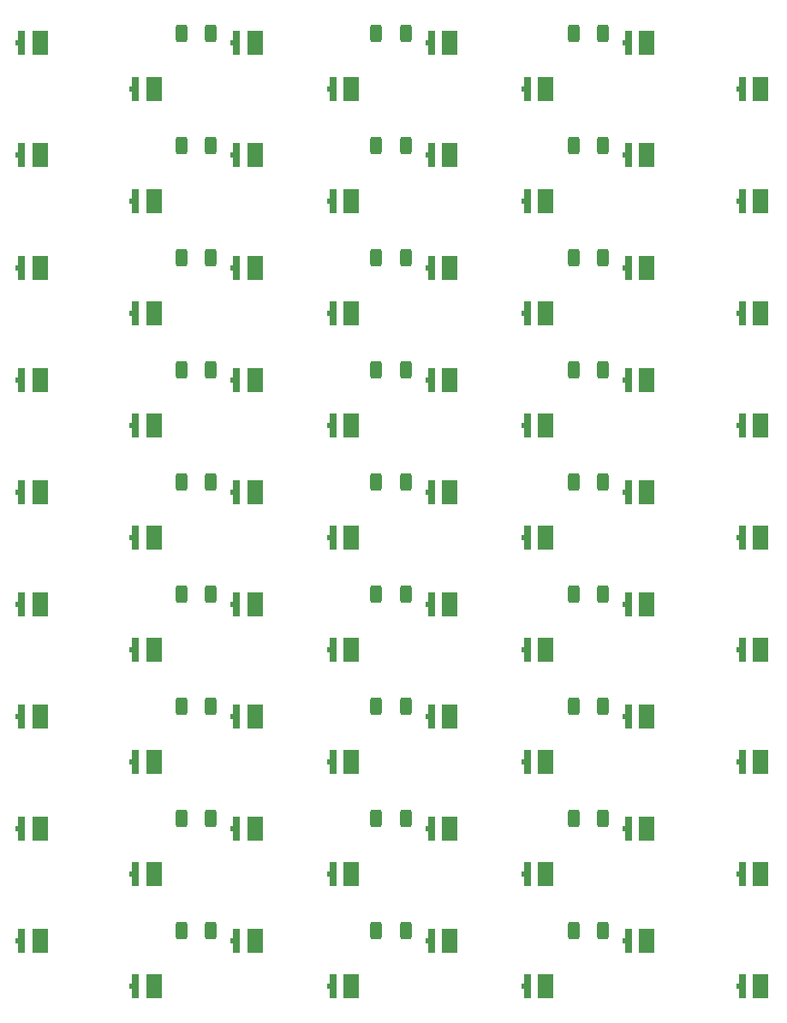
<source format=gtp>
G04 #@! TF.GenerationSoftware,KiCad,Pcbnew,(6.0.0)*
G04 #@! TF.CreationDate,2022-02-10T10:23:11+01:00*
G04 #@! TF.ProjectId,IKEA_Tertial_mod_v3.1,494b4541-5f54-4657-9274-69616c5f6d6f,rev?*
G04 #@! TF.SameCoordinates,Original*
G04 #@! TF.FileFunction,Paste,Top*
G04 #@! TF.FilePolarity,Positive*
%FSLAX46Y46*%
G04 Gerber Fmt 4.6, Leading zero omitted, Abs format (unit mm)*
G04 Created by KiCad (PCBNEW (6.0.0)) date 2022-02-10 10:23:11*
%MOMM*%
%LPD*%
G01*
G04 APERTURE LIST*
G04 Aperture macros list*
%AMRoundRect*
0 Rectangle with rounded corners*
0 $1 Rounding radius*
0 $2 $3 $4 $5 $6 $7 $8 $9 X,Y pos of 4 corners*
0 Add a 4 corners polygon primitive as box body*
4,1,4,$2,$3,$4,$5,$6,$7,$8,$9,$2,$3,0*
0 Add four circle primitives for the rounded corners*
1,1,$1+$1,$2,$3*
1,1,$1+$1,$4,$5*
1,1,$1+$1,$6,$7*
1,1,$1+$1,$8,$9*
0 Add four rect primitives between the rounded corners*
20,1,$1+$1,$2,$3,$4,$5,0*
20,1,$1+$1,$4,$5,$6,$7,0*
20,1,$1+$1,$6,$7,$8,$9,0*
20,1,$1+$1,$8,$9,$2,$3,0*%
%AMFreePoly0*
4,1,9,0.300000,0.250000,0.600000,0.250000,0.600000,-0.250000,0.300000,-0.250000,0.300000,-1.200000,-0.300000,-1.200000,-0.300000,1.200000,0.300000,1.200000,0.300000,0.250000,0.300000,0.250000,$1*%
G04 Aperture macros list end*
%ADD10R,1.600000X2.400000*%
%ADD11FreePoly0,180.000000*%
%ADD12RoundRect,0.250000X-0.312500X-0.625000X0.312500X-0.625000X0.312500X0.625000X-0.312500X0.625000X0*%
G04 APERTURE END LIST*
D10*
X145800000Y-112500001D03*
D11*
X144000000Y-112500001D03*
D12*
X167787500Y-129200001D03*
X170712500Y-129200001D03*
D10*
X155550000Y-74700000D03*
D11*
X153750000Y-74700000D03*
D10*
X145800000Y-79200000D03*
D11*
X144000000Y-79200000D03*
D10*
X186300000Y-134700001D03*
D11*
X184500000Y-134700001D03*
D10*
X115050000Y-96900000D03*
D11*
X113250000Y-96900000D03*
D10*
X155550000Y-63600001D03*
D11*
X153750000Y-63600001D03*
D10*
X175050000Y-130200001D03*
D11*
X173250000Y-130200001D03*
D12*
X129037500Y-73700000D03*
X131962500Y-73700000D03*
D10*
X126300000Y-90300001D03*
D11*
X124500000Y-90300001D03*
D10*
X165050000Y-68100001D03*
D11*
X163250000Y-68100001D03*
D10*
X186300000Y-68100001D03*
D11*
X184500000Y-68100001D03*
D10*
X165050000Y-79200000D03*
D11*
X163250000Y-79200000D03*
D10*
X136300000Y-63600001D03*
D11*
X134500000Y-63600001D03*
D10*
X175050000Y-96900000D03*
D11*
X173250000Y-96900000D03*
D10*
X115050000Y-141299999D03*
D11*
X113250000Y-141299999D03*
D10*
X186300000Y-112500001D03*
D11*
X184500000Y-112500001D03*
D10*
X136300000Y-141299999D03*
D11*
X134500000Y-141299999D03*
D12*
X129037500Y-95900000D03*
X131962500Y-95900000D03*
D10*
X175050000Y-119100000D03*
D11*
X173250000Y-119100000D03*
D10*
X115050000Y-108000001D03*
D11*
X113250000Y-108000001D03*
D10*
X175050000Y-74700000D03*
D11*
X173250000Y-74700000D03*
D10*
X165050000Y-112500001D03*
D11*
X163250000Y-112500001D03*
D10*
X165050000Y-123600000D03*
D11*
X163250000Y-123600000D03*
D10*
X155550000Y-52500000D03*
D11*
X153750000Y-52500000D03*
D10*
X136300000Y-85800001D03*
D11*
X134500000Y-85800001D03*
D10*
X186300000Y-79200000D03*
D11*
X184500000Y-79200000D03*
D10*
X165050000Y-90300001D03*
D11*
X163250000Y-90300001D03*
D10*
X126300000Y-123600000D03*
D11*
X124500000Y-123600000D03*
D10*
X145800000Y-134700001D03*
D11*
X144000000Y-134700001D03*
D10*
X115050000Y-74700000D03*
D11*
X113250000Y-74700000D03*
D12*
X167787500Y-107000001D03*
X170712500Y-107000001D03*
D10*
X136300000Y-108000001D03*
D11*
X134500000Y-108000001D03*
D10*
X115050000Y-52500000D03*
D11*
X113250000Y-52500000D03*
D10*
X145800000Y-123600000D03*
D11*
X144000000Y-123600000D03*
D10*
X186300000Y-57000000D03*
D11*
X184500000Y-57000000D03*
D10*
X136300000Y-52500000D03*
D11*
X134500000Y-52500000D03*
D12*
X148287500Y-95900000D03*
X151212500Y-95900000D03*
D10*
X175050000Y-141299999D03*
D11*
X173250000Y-141299999D03*
D10*
X175050000Y-85800001D03*
D11*
X173250000Y-85800001D03*
D12*
X148287500Y-140299999D03*
X151212500Y-140299999D03*
D10*
X165050000Y-145799999D03*
D11*
X163250000Y-145799999D03*
D10*
X136300000Y-119100000D03*
D11*
X134500000Y-119100000D03*
D12*
X148287500Y-51500000D03*
X151212500Y-51500000D03*
D10*
X126300000Y-145799999D03*
D11*
X124500000Y-145799999D03*
D10*
X186300000Y-90300001D03*
D11*
X184500000Y-90300001D03*
D10*
X145800000Y-57000000D03*
D11*
X144000000Y-57000000D03*
D10*
X155550000Y-119100000D03*
D11*
X153750000Y-119100000D03*
D12*
X148287500Y-118100000D03*
X151212500Y-118100000D03*
X129037500Y-62600001D03*
X131962500Y-62600001D03*
D10*
X126300000Y-79200000D03*
D11*
X124500000Y-79200000D03*
D10*
X155550000Y-130200001D03*
D11*
X153750000Y-130200001D03*
D10*
X126300000Y-101400000D03*
D11*
X124500000Y-101400000D03*
D10*
X165050000Y-57000000D03*
D11*
X163250000Y-57000000D03*
D10*
X155550000Y-85800001D03*
D11*
X153750000Y-85800001D03*
D10*
X115050000Y-119100000D03*
D11*
X113250000Y-119100000D03*
D10*
X155550000Y-108000001D03*
D11*
X153750000Y-108000001D03*
D10*
X145800000Y-68100001D03*
D11*
X144000000Y-68100001D03*
D10*
X155550000Y-96900000D03*
D11*
X153750000Y-96900000D03*
D12*
X129037500Y-140299999D03*
X131962500Y-140299999D03*
D10*
X126300000Y-57000000D03*
D11*
X124500000Y-57000000D03*
D10*
X155550000Y-141299999D03*
D11*
X153750000Y-141299999D03*
D10*
X115050000Y-85800001D03*
D11*
X113250000Y-85800001D03*
D10*
X126300000Y-68100001D03*
D11*
X124500000Y-68100001D03*
D10*
X126300000Y-112500001D03*
D11*
X124500000Y-112500001D03*
D12*
X167787500Y-73700000D03*
X170712500Y-73700000D03*
X167787500Y-62600001D03*
X170712500Y-62600001D03*
D10*
X186300000Y-123600000D03*
D11*
X184500000Y-123600000D03*
D10*
X136300000Y-74700000D03*
D11*
X134500000Y-74700000D03*
D10*
X186300000Y-145799999D03*
D11*
X184500000Y-145799999D03*
D12*
X129037500Y-84800001D03*
X131962500Y-84800001D03*
D10*
X145800000Y-101400000D03*
D11*
X144000000Y-101400000D03*
D10*
X145800000Y-145799999D03*
D11*
X144000000Y-145799999D03*
D10*
X186300000Y-101400000D03*
D11*
X184500000Y-101400000D03*
D10*
X165050000Y-134700001D03*
D11*
X163250000Y-134700001D03*
D12*
X129037500Y-107000001D03*
X131962500Y-107000001D03*
X129037500Y-118100000D03*
X131962500Y-118100000D03*
X129037500Y-129200001D03*
X131962500Y-129200001D03*
D10*
X136300000Y-130200001D03*
D11*
X134500000Y-130200001D03*
D10*
X115050000Y-63600001D03*
D11*
X113250000Y-63600001D03*
D12*
X148287500Y-129200001D03*
X151212500Y-129200001D03*
X148287500Y-107000001D03*
X151212500Y-107000001D03*
D10*
X175050000Y-63600001D03*
D11*
X173250000Y-63600001D03*
D10*
X165050000Y-101400000D03*
D11*
X163250000Y-101400000D03*
D12*
X167787500Y-140299999D03*
X170712500Y-140299999D03*
D10*
X115050000Y-130200001D03*
D11*
X113250000Y-130200001D03*
D12*
X167787500Y-51500000D03*
X170712500Y-51500000D03*
X167787500Y-118100000D03*
X170712500Y-118100000D03*
D10*
X175050000Y-108000001D03*
D11*
X173250000Y-108000001D03*
D10*
X126300000Y-134700001D03*
D11*
X124500000Y-134700001D03*
D12*
X148287500Y-84800001D03*
X151212500Y-84800001D03*
X148287500Y-62600001D03*
X151212500Y-62600001D03*
X129037500Y-51500000D03*
X131962500Y-51500000D03*
D10*
X175050000Y-52500000D03*
D11*
X173250000Y-52500000D03*
D12*
X167787500Y-84800001D03*
X170712500Y-84800001D03*
D10*
X136300000Y-96900000D03*
D11*
X134500000Y-96900000D03*
D10*
X145800000Y-90300001D03*
D11*
X144000000Y-90300001D03*
D12*
X167787500Y-95900000D03*
X170712500Y-95900000D03*
X148287500Y-73700000D03*
X151212500Y-73700000D03*
M02*

</source>
